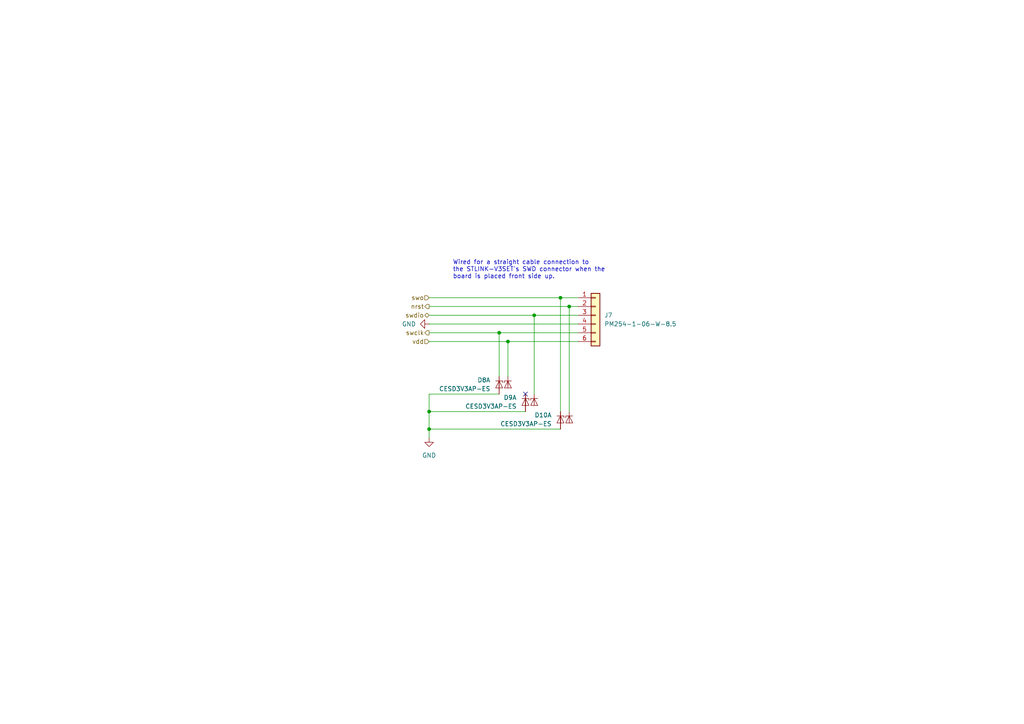
<source format=kicad_sch>
(kicad_sch (version 20250114) (generator "eeschema") (generator_version "9.0")
  (paper "A4")
  (title_block (title "SWD debug port") (date "2024-11-14") (rev "Rev1.1") (comment 1 "Author: Aidan MacDonald") (comment 2 "Status: Development"))
  (lib_symbols
    (symbol "Connector_Generic:Conn_01x06" (pin_names (offset 1.016) (hide yes))
      (property "Reference" "J" (at 0 7.62 0))
      (property "Value" "Conn_01x06" (at 0 -10.16 0))
      (symbol "Conn_01x06_1_1"
        (rectangle (start -1.27 6.35) (end 1.27 -8.89) (stroke (width 0.254)) (fill (type background)))
        (rectangle (start -1.27 5.207) (end 0 4.953) (stroke (width 0.1524)))
        (rectangle (start -1.27 2.667) (end 0 2.413) (stroke (width 0.1524)))
        (rectangle (start -1.27 0.127) (end 0 -0.127) (stroke (width 0.1524)))
        (rectangle (start -1.27 -2.413) (end 0 -2.667) (stroke (width 0.1524)))
        (rectangle (start -1.27 -4.953) (end 0 -5.207) (stroke (width 0.1524)))
        (rectangle (start -1.27 -7.493) (end 0 -7.747) (stroke (width 0.1524)))
        (pin passive line (at -5.08 5.08 0) (length 3.81) (name "Pin_1") (number "1"))
        (pin passive line (at -5.08 2.54 0) (length 3.81) (name "Pin_2") (number "2"))
        (pin passive line (at -5.08 0 0) (length 3.81) (name "Pin_3") (number "3"))
        (pin passive line (at -5.08 -2.54 0) (length 3.81) (name "Pin_4") (number "4"))
        (pin passive line (at -5.08 -5.08 0) (length 3.81) (name "Pin_5") (number "5"))
        (pin passive line (at -5.08 -7.62 0) (length 3.81) (name "Pin_6") (number "6"))
      )
    )
    (symbol "echoplayer:CESD3V3AP-ES" (pin_numbers (hide yes)) (pin_names (hide yes))
      (property "Reference" "D" (at -1.524 2.54 0))
      (property "Value" "CESD3V3AP-ES" (at 0 -2.54 0))
      (symbol "CESD3V3AP-ES_0_1"
        (polyline (pts (xy -1.27 1.016) (xy -1.27 -1.016) (xy -0.762 -1.016)))
        (polyline (pts (xy 0.762 1.016) (xy -1.27 0) (xy 0.762 -1.016) (xy 0.762 1.016)))
        (polyline (pts (xy 0.762 0) (xy -1.27 0)))
      )
      (symbol "CESD3V3AP-ES_1_1"
        (pin passive line (at -2.54 0 0) (length 2.54) (name "K1") (number "1"))
        (pin passive line (at 2.54 0 180) (length 2.54) (name "A") (number "3"))
      )
      (symbol "CESD3V3AP-ES_2_1"
        (pin passive line (at -2.54 0 0) (length 2.54) (name "K2") (number "2"))
      )
    )
    (symbol "power:GND" (power) (pin_numbers (hide yes)) (pin_names (offset 0) (hide yes))
      (property "Value" "GND" (at 0 -3.81 0))
      (symbol "GND_0_1"
        (polyline (pts (xy 0 0) (xy 0 -1.27) (xy 1.27 -1.27) (xy 0 -2.54) (xy -1.27 -1.27) (xy 0 -1.27)))
      )
      (symbol "GND_1_1"
        (pin power_in line (at 0 0 270) (length 0) (name "~") (number "1"))
      )
    )
  )
  (text "Wired for a straight cable connection to\nthe STLINK-V3SET's SWD connector when the\nboard is placed front side up." (at 131.318 78.232 0) (effects (font (size 1.27 1.27)) (justify left)))
  (junction (at 147.32 99.06))
  (junction (at 124.46 119.38))
  (junction (at 154.94 91.44))
  (junction (at 165.1 88.9))
  (junction (at 144.78 96.52))
  (junction (at 124.46 124.46))
  (junction (at 162.56 86.36))
  (no_connect (at 152.4 114.3))
  (wire (pts (xy 124.46 114.3) (xy 144.78 114.3)))
  (wire (pts (xy 144.78 96.52) (xy 144.78 109.22)))
  (wire (pts (xy 124.46 91.44) (xy 154.94 91.44)))
  (wire (pts (xy 165.1 88.9) (xy 167.64 88.9)))
  (wire (pts (xy 147.32 99.06) (xy 167.64 99.06)))
  (wire (pts (xy 124.46 88.9) (xy 165.1 88.9)))
  (wire (pts (xy 124.46 93.98) (xy 167.64 93.98)))
  (wire (pts (xy 124.46 124.46) (xy 162.56 124.46)))
  (wire (pts (xy 162.56 86.36) (xy 162.56 119.38)))
  (wire (pts (xy 124.46 86.36) (xy 162.56 86.36)))
  (wire (pts (xy 124.46 96.52) (xy 144.78 96.52)))
  (wire (pts (xy 124.46 119.38) (xy 124.46 124.46)))
  (wire (pts (xy 162.56 86.36) (xy 167.64 86.36)))
  (wire (pts (xy 154.94 91.44) (xy 154.94 114.3)))
  (wire (pts (xy 124.46 119.38) (xy 152.4 119.38)))
  (wire (pts (xy 144.78 96.52) (xy 167.64 96.52)))
  (wire (pts (xy 124.46 99.06) (xy 147.32 99.06)))
  (wire (pts (xy 154.94 91.44) (xy 167.64 91.44)))
  (wire (pts (xy 147.32 99.06) (xy 147.32 109.22)))
  (wire (pts (xy 124.46 124.46) (xy 124.46 127)))
  (wire (pts (xy 124.46 114.3) (xy 124.46 119.38)))
  (wire (pts (xy 165.1 88.9) (xy 165.1 119.38)))
  (hierarchical_label "vdd" (shape input) (at 124.46 99.06 180))
  (hierarchical_label "swclk" (shape output) (at 124.46 96.52 180))
  (hierarchical_label "nrst" (shape output) (at 124.46 88.9 180))
  (hierarchical_label "swo" (shape input) (at 124.46 86.36 180))
  (hierarchical_label "swdio" (shape bidirectional) (at 124.46 91.44 180))
  (symbol (lib_id "echoplayer:CESD3V3AP-ES") (at 162.56 121.92 90) (mirror x) (unit 1)
    (property "Reference" "D10" (at 160.02 120.3959 90) (effects (justify left)))
    (property "Value" "CESD3V3AP-ES" (at 160.02 122.9359 90) (effects (justify left)))
    (property "Footprint" "Package_TO_SOT_SMD:SOT-23" (effects (hide yes)))
    (property "Datasheet" "https://www.lcsc.com/datasheet/lcsc_datasheet_2409051031_ElecSuper-CESD3V3AP-ES_C5199223.pdf" (effects (hide yes)))
    (property "Description" "Unidirectional dual ESD protection diode array, 3.3V, Common Anode, SOT-23" (effects (hide yes)))
    (property "LCSC#" "C5199223" (effects (hide yes)))
  )
  (symbol (lib_id "echoplayer:CESD3V3AP-ES") (at 152.4 116.84 90) (mirror x) (unit 1)
    (property "Reference" "D9" (at 149.86 115.3159 90) (effects (justify left)))
    (property "Value" "CESD3V3AP-ES" (at 149.86 117.8559 90) (effects (justify left)))
    (property "Footprint" "Package_TO_SOT_SMD:SOT-23" (effects (hide yes)))
    (property "Datasheet" "https://www.lcsc.com/datasheet/lcsc_datasheet_2409051031_ElecSuper-CESD3V3AP-ES_C5199223.pdf" (effects (hide yes)))
    (property "Description" "Unidirectional dual ESD protection diode array, 3.3V, Common Anode, SOT-23" (effects (hide yes)))
    (property "LCSC#" "C5199223" (effects (hide yes)))
  )
  (symbol (lib_id "power:GND") (at 124.46 93.98 270) (unit 1)
    (property "Reference" "#PWR018" (effects (hide yes)))
    (property "Value" "GND" (at 120.65 93.9799 90) (effects (justify right)))
    (property "Description" "Power symbol creates a global label with name \"GND\" , ground" (effects (hide yes)))
  )
  (symbol (lib_id "power:GND") (at 124.46 127 0) (unit 1)
    (property "Reference" "#PWR012" (effects (hide yes)))
    (property "Value" "GND" (at 124.46 132.08 0))
    (property "Description" "Power symbol creates a global label with name \"GND\" , ground" (effects (hide yes)))
  )
  (symbol (lib_id "echoplayer:CESD3V3AP-ES") (at 147.32 111.76 270) (unit 2)
    (property "Reference" "D8" (effects (hide yes)))
    (property "Value" "CESD3V3AP-ES" (effects (hide yes)))
    (property "Footprint" "Package_TO_SOT_SMD:SOT-23" (effects (hide yes)))
    (property "Datasheet" "https://www.lcsc.com/datasheet/lcsc_datasheet_2409051031_ElecSuper-CESD3V3AP-ES_C5199223.pdf" (effects (hide yes)))
    (property "Description" "Unidirectional dual ESD protection diode array, 3.3V, Common Anode, SOT-23" (effects (hide yes)))
    (property "LCSC#" "C5199223" (effects (hide yes)))
  )
  (symbol (lib_id "echoplayer:CESD3V3AP-ES") (at 144.78 111.76 90) (mirror x) (unit 1)
    (property "Reference" "D8" (at 142.24 110.2359 90) (effects (justify left)))
    (property "Value" "CESD3V3AP-ES" (at 142.24 112.7759 90) (effects (justify left)))
    (property "Footprint" "Package_TO_SOT_SMD:SOT-23" (effects (hide yes)))
    (property "Datasheet" "https://www.lcsc.com/datasheet/lcsc_datasheet_2409051031_ElecSuper-CESD3V3AP-ES_C5199223.pdf" (effects (hide yes)))
    (property "Description" "Unidirectional dual ESD protection diode array, 3.3V, Common Anode, SOT-23" (effects (hide yes)))
    (property "LCSC#" "C5199223" (effects (hide yes)))
  )
  (symbol (lib_id "echoplayer:CESD3V3AP-ES") (at 165.1 121.92 270) (unit 2)
    (property "Reference" "D10" (effects (hide yes)))
    (property "Value" "CESD3V3AP-ES" (effects (hide yes)))
    (property "Footprint" "Package_TO_SOT_SMD:SOT-23" (effects (hide yes)))
    (property "Datasheet" "https://www.lcsc.com/datasheet/lcsc_datasheet_2409051031_ElecSuper-CESD3V3AP-ES_C5199223.pdf" (effects (hide yes)))
    (property "Description" "Unidirectional dual ESD protection diode array, 3.3V, Common Anode, SOT-23" (effects (hide yes)))
    (property "LCSC#" "C5199223" (effects (hide yes)))
  )
  (symbol (lib_id "echoplayer:CESD3V3AP-ES") (at 154.94 116.84 270) (unit 2)
    (property "Reference" "D9" (effects (hide yes)))
    (property "Value" "CESD3V3AP-ES" (effects (hide yes)))
    (property "Footprint" "Package_TO_SOT_SMD:SOT-23" (effects (hide yes)))
    (property "Datasheet" "https://www.lcsc.com/datasheet/lcsc_datasheet_2409051031_ElecSuper-CESD3V3AP-ES_C5199223.pdf" (effects (hide yes)))
    (property "Description" "Unidirectional dual ESD protection diode array, 3.3V, Common Anode, SOT-23" (effects (hide yes)))
    (property "LCSC#" "C5199223" (effects (hide yes)))
  )
  (symbol (lib_id "Connector_Generic:Conn_01x06") (at 172.72 91.44 0) (unit 1)
    (property "Reference" "J7" (at 175.26 91.4399 0) (effects (justify left)))
    (property "Value" "PM254-1-06-W-8.5" (at 175.26 93.9799 0) (effects (justify left)))
    (property "Footprint" "Connector_PinSocket_2.54mm:PinSocket_1x06_P2.54mm_Horizontal" (effects (hide yes)))
    (property "Datasheet" "https://www.lcsc.com/datasheet/lcsc_datasheet_2306091006_HCTL-PM254-1-06-W-8-5_C2897388.pdf" (effects (hide yes)))
    (property "Description" "Generic connector, single row, 01x06, script generated (kicad-library-utils/schlib/autogen/connector/)" (effects (hide yes)))
    (property "LCSC#" "C2897388" (effects (hide yes)))
  )
)
</source>
